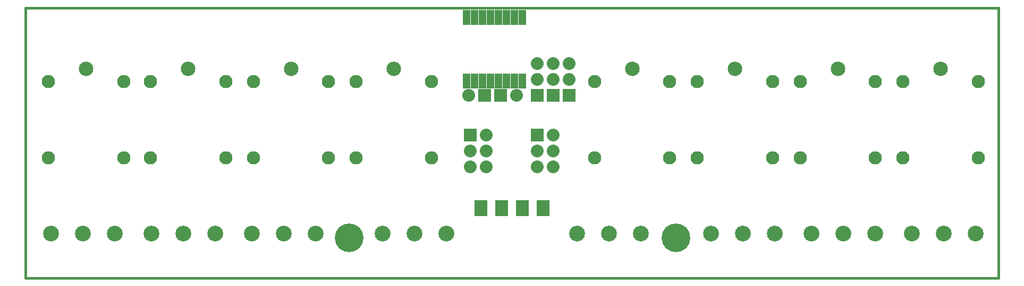
<source format=gbs>
G04 (created by PCBNEW-RS274X (2012-01-19 BZR 3256)-stable) date jeu. 10 mai 2012 21:09:03 CEST*
G01*
G70*
G90*
%MOIN*%
G04 Gerber Fmt 3.4, Leading zero omitted, Abs format*
%FSLAX34Y34*%
G04 APERTURE LIST*
%ADD10C,0.006000*%
%ADD11C,0.015000*%
%ADD12C,0.098700*%
%ADD13R,0.080000X0.080000*%
%ADD14C,0.080000*%
%ADD15C,0.090900*%
%ADD16C,0.083000*%
%ADD17R,0.045000X0.095000*%
%ADD18R,0.080000X0.100000*%
%ADD19C,0.180000*%
G04 APERTURE END LIST*
G54D10*
G54D11*
X12980Y-08873D02*
X12980Y-08773D01*
X74005Y-08898D02*
X74005Y-08773D01*
X12980Y-08844D02*
X12980Y-25773D01*
X12980Y-25773D02*
X74003Y-25773D01*
X74004Y-08769D02*
X12980Y-08769D01*
X74004Y-25773D02*
X74004Y-08844D01*
G54D12*
X14580Y-22973D03*
X16580Y-22973D03*
X18580Y-22973D03*
X20880Y-22973D03*
X22880Y-22973D03*
X24880Y-22973D03*
X27180Y-22973D03*
X29180Y-22973D03*
X31180Y-22973D03*
X35380Y-22973D03*
X37380Y-22973D03*
X39380Y-22973D03*
X47580Y-22973D03*
X49580Y-22973D03*
X51580Y-22973D03*
X55980Y-22973D03*
X57980Y-22973D03*
X59980Y-22973D03*
X62280Y-22973D03*
X64280Y-22973D03*
X66280Y-22973D03*
X68580Y-22973D03*
X70580Y-22973D03*
X72580Y-22973D03*
G54D13*
X45080Y-16773D03*
G54D14*
X46080Y-16773D03*
X45080Y-17773D03*
X46080Y-17773D03*
X45080Y-18773D03*
X46080Y-18773D03*
G54D13*
X40880Y-16773D03*
G54D14*
X41880Y-16773D03*
X40880Y-17773D03*
X41880Y-17773D03*
X40880Y-18773D03*
X41880Y-18773D03*
G54D15*
X16780Y-12627D03*
G54D16*
X14418Y-13414D03*
X19142Y-13414D03*
X14418Y-18217D03*
X19142Y-18217D03*
G54D15*
X23180Y-12627D03*
G54D16*
X20818Y-13414D03*
X25542Y-13414D03*
X20818Y-18217D03*
X25542Y-18217D03*
G54D15*
X29630Y-12627D03*
G54D16*
X27268Y-13414D03*
X31992Y-13414D03*
X27268Y-18217D03*
X31992Y-18217D03*
G54D15*
X36080Y-12627D03*
G54D16*
X33718Y-13414D03*
X38442Y-13414D03*
X33718Y-18217D03*
X38442Y-18217D03*
G54D15*
X51030Y-12627D03*
G54D16*
X48668Y-13414D03*
X53392Y-13414D03*
X48668Y-18217D03*
X53392Y-18217D03*
G54D15*
X57480Y-12627D03*
G54D16*
X55118Y-13414D03*
X59842Y-13414D03*
X55118Y-18217D03*
X59842Y-18217D03*
G54D15*
X63930Y-12627D03*
G54D16*
X61568Y-13414D03*
X66292Y-13414D03*
X61568Y-18217D03*
X66292Y-18217D03*
G54D15*
X70380Y-12627D03*
G54D16*
X68018Y-13414D03*
X72742Y-13414D03*
X68018Y-18217D03*
X72742Y-18217D03*
G54D13*
X45080Y-14273D03*
G54D14*
X45080Y-13273D03*
X45080Y-12273D03*
G54D13*
X46080Y-14273D03*
G54D14*
X46080Y-13273D03*
X46080Y-12273D03*
G54D13*
X47080Y-14273D03*
G54D14*
X47080Y-13273D03*
X47080Y-12273D03*
G54D17*
X44130Y-13373D03*
X43630Y-13373D03*
X43130Y-13373D03*
X42630Y-13373D03*
X42130Y-13373D03*
X41630Y-13373D03*
X41130Y-13373D03*
X40630Y-13373D03*
X40630Y-09373D03*
X41130Y-09373D03*
X41630Y-09373D03*
X42130Y-09373D03*
X42630Y-09373D03*
X43130Y-09373D03*
X43630Y-09373D03*
X44130Y-09373D03*
G54D13*
X41780Y-14273D03*
G54D14*
X40780Y-14273D03*
G54D18*
X41530Y-21373D03*
X42830Y-21373D03*
X45430Y-21373D03*
X44130Y-21373D03*
G54D13*
X42780Y-14273D03*
G54D14*
X43780Y-14273D03*
G54D19*
X53780Y-23228D03*
X33280Y-23228D03*
M02*

</source>
